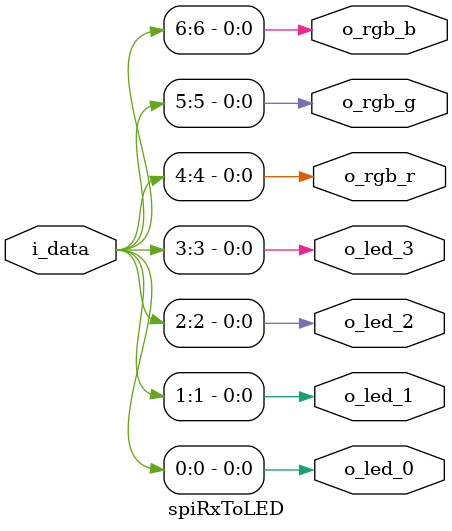
<source format=v>
`timescale 1ns / 1ps


module spiRxToLED(
    input [7:0] i_data,
    output o_led_0,
    output o_led_1,
    output o_led_2,
    output o_led_3,
    output o_rgb_r,
    output o_rgb_g,
    output o_rgb_b
    );
    
   assign o_led_0 = i_data[0];
   assign o_led_1 = i_data[1];
   assign o_led_2 = i_data[2];
   assign o_led_3 = i_data[3];
   
   assign o_rgb_r = i_data[4];
   assign o_rgb_g = i_data[5];
   assign o_rgb_b = i_data[6];   
       
endmodule

</source>
